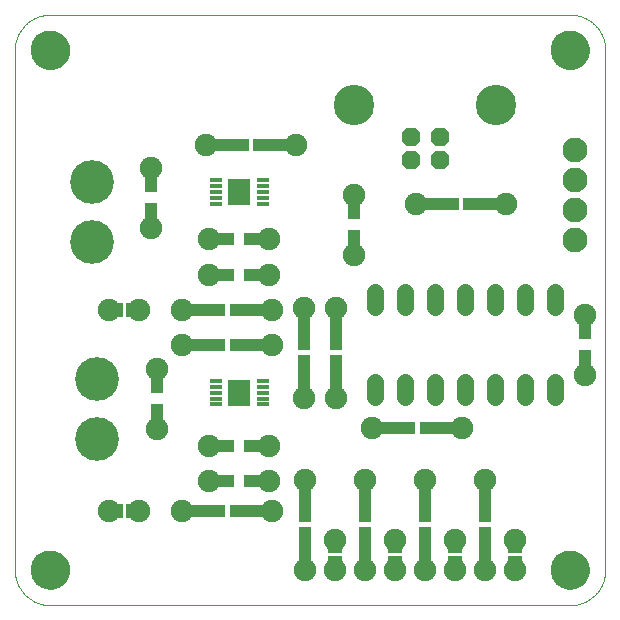
<source format=gts>
G75*
%MOIN*%
%OFA0B0*%
%FSLAX25Y25*%
%IPPOS*%
%LPD*%
%AMOC8*
5,1,8,0,0,1.08239X$1,22.5*
%
%ADD10C,0.00000*%
%ADD11C,0.12998*%
%ADD12R,0.04337X0.10636*%
%ADD13C,0.07487*%
%ADD14C,0.05600*%
%ADD15R,0.12998X0.04337*%
%ADD16OC8,0.06140*%
%ADD17C,0.13455*%
%ADD18R,0.04337X0.12998*%
%ADD19R,0.05124X0.03550*%
%ADD20C,0.08274*%
%ADD21R,0.07172X0.08983*%
%ADD22R,0.04337X0.01581*%
%ADD23C,0.06699*%
%ADD24C,0.14573*%
%ADD25R,0.10636X0.04337*%
%ADD26R,0.03550X0.05124*%
D10*
X0015764Y0017535D02*
X0015764Y0190764D01*
X0021276Y0190764D02*
X0021278Y0190922D01*
X0021284Y0191080D01*
X0021294Y0191238D01*
X0021308Y0191396D01*
X0021326Y0191553D01*
X0021347Y0191710D01*
X0021373Y0191866D01*
X0021403Y0192022D01*
X0021436Y0192177D01*
X0021474Y0192330D01*
X0021515Y0192483D01*
X0021560Y0192635D01*
X0021609Y0192786D01*
X0021662Y0192935D01*
X0021718Y0193083D01*
X0021778Y0193229D01*
X0021842Y0193374D01*
X0021910Y0193517D01*
X0021981Y0193659D01*
X0022055Y0193799D01*
X0022133Y0193936D01*
X0022215Y0194072D01*
X0022299Y0194206D01*
X0022388Y0194337D01*
X0022479Y0194466D01*
X0022574Y0194593D01*
X0022671Y0194718D01*
X0022772Y0194840D01*
X0022876Y0194959D01*
X0022983Y0195076D01*
X0023093Y0195190D01*
X0023206Y0195301D01*
X0023321Y0195410D01*
X0023439Y0195515D01*
X0023560Y0195617D01*
X0023683Y0195717D01*
X0023809Y0195813D01*
X0023937Y0195906D01*
X0024067Y0195996D01*
X0024200Y0196082D01*
X0024335Y0196166D01*
X0024471Y0196245D01*
X0024610Y0196322D01*
X0024751Y0196394D01*
X0024893Y0196464D01*
X0025037Y0196529D01*
X0025183Y0196591D01*
X0025330Y0196649D01*
X0025479Y0196704D01*
X0025629Y0196755D01*
X0025780Y0196802D01*
X0025932Y0196845D01*
X0026085Y0196884D01*
X0026240Y0196920D01*
X0026395Y0196951D01*
X0026551Y0196979D01*
X0026707Y0197003D01*
X0026864Y0197023D01*
X0027022Y0197039D01*
X0027179Y0197051D01*
X0027338Y0197059D01*
X0027496Y0197063D01*
X0027654Y0197063D01*
X0027812Y0197059D01*
X0027971Y0197051D01*
X0028128Y0197039D01*
X0028286Y0197023D01*
X0028443Y0197003D01*
X0028599Y0196979D01*
X0028755Y0196951D01*
X0028910Y0196920D01*
X0029065Y0196884D01*
X0029218Y0196845D01*
X0029370Y0196802D01*
X0029521Y0196755D01*
X0029671Y0196704D01*
X0029820Y0196649D01*
X0029967Y0196591D01*
X0030113Y0196529D01*
X0030257Y0196464D01*
X0030399Y0196394D01*
X0030540Y0196322D01*
X0030679Y0196245D01*
X0030815Y0196166D01*
X0030950Y0196082D01*
X0031083Y0195996D01*
X0031213Y0195906D01*
X0031341Y0195813D01*
X0031467Y0195717D01*
X0031590Y0195617D01*
X0031711Y0195515D01*
X0031829Y0195410D01*
X0031944Y0195301D01*
X0032057Y0195190D01*
X0032167Y0195076D01*
X0032274Y0194959D01*
X0032378Y0194840D01*
X0032479Y0194718D01*
X0032576Y0194593D01*
X0032671Y0194466D01*
X0032762Y0194337D01*
X0032851Y0194206D01*
X0032935Y0194072D01*
X0033017Y0193936D01*
X0033095Y0193799D01*
X0033169Y0193659D01*
X0033240Y0193517D01*
X0033308Y0193374D01*
X0033372Y0193229D01*
X0033432Y0193083D01*
X0033488Y0192935D01*
X0033541Y0192786D01*
X0033590Y0192635D01*
X0033635Y0192483D01*
X0033676Y0192330D01*
X0033714Y0192177D01*
X0033747Y0192022D01*
X0033777Y0191866D01*
X0033803Y0191710D01*
X0033824Y0191553D01*
X0033842Y0191396D01*
X0033856Y0191238D01*
X0033866Y0191080D01*
X0033872Y0190922D01*
X0033874Y0190764D01*
X0033872Y0190606D01*
X0033866Y0190448D01*
X0033856Y0190290D01*
X0033842Y0190132D01*
X0033824Y0189975D01*
X0033803Y0189818D01*
X0033777Y0189662D01*
X0033747Y0189506D01*
X0033714Y0189351D01*
X0033676Y0189198D01*
X0033635Y0189045D01*
X0033590Y0188893D01*
X0033541Y0188742D01*
X0033488Y0188593D01*
X0033432Y0188445D01*
X0033372Y0188299D01*
X0033308Y0188154D01*
X0033240Y0188011D01*
X0033169Y0187869D01*
X0033095Y0187729D01*
X0033017Y0187592D01*
X0032935Y0187456D01*
X0032851Y0187322D01*
X0032762Y0187191D01*
X0032671Y0187062D01*
X0032576Y0186935D01*
X0032479Y0186810D01*
X0032378Y0186688D01*
X0032274Y0186569D01*
X0032167Y0186452D01*
X0032057Y0186338D01*
X0031944Y0186227D01*
X0031829Y0186118D01*
X0031711Y0186013D01*
X0031590Y0185911D01*
X0031467Y0185811D01*
X0031341Y0185715D01*
X0031213Y0185622D01*
X0031083Y0185532D01*
X0030950Y0185446D01*
X0030815Y0185362D01*
X0030679Y0185283D01*
X0030540Y0185206D01*
X0030399Y0185134D01*
X0030257Y0185064D01*
X0030113Y0184999D01*
X0029967Y0184937D01*
X0029820Y0184879D01*
X0029671Y0184824D01*
X0029521Y0184773D01*
X0029370Y0184726D01*
X0029218Y0184683D01*
X0029065Y0184644D01*
X0028910Y0184608D01*
X0028755Y0184577D01*
X0028599Y0184549D01*
X0028443Y0184525D01*
X0028286Y0184505D01*
X0028128Y0184489D01*
X0027971Y0184477D01*
X0027812Y0184469D01*
X0027654Y0184465D01*
X0027496Y0184465D01*
X0027338Y0184469D01*
X0027179Y0184477D01*
X0027022Y0184489D01*
X0026864Y0184505D01*
X0026707Y0184525D01*
X0026551Y0184549D01*
X0026395Y0184577D01*
X0026240Y0184608D01*
X0026085Y0184644D01*
X0025932Y0184683D01*
X0025780Y0184726D01*
X0025629Y0184773D01*
X0025479Y0184824D01*
X0025330Y0184879D01*
X0025183Y0184937D01*
X0025037Y0184999D01*
X0024893Y0185064D01*
X0024751Y0185134D01*
X0024610Y0185206D01*
X0024471Y0185283D01*
X0024335Y0185362D01*
X0024200Y0185446D01*
X0024067Y0185532D01*
X0023937Y0185622D01*
X0023809Y0185715D01*
X0023683Y0185811D01*
X0023560Y0185911D01*
X0023439Y0186013D01*
X0023321Y0186118D01*
X0023206Y0186227D01*
X0023093Y0186338D01*
X0022983Y0186452D01*
X0022876Y0186569D01*
X0022772Y0186688D01*
X0022671Y0186810D01*
X0022574Y0186935D01*
X0022479Y0187062D01*
X0022388Y0187191D01*
X0022299Y0187322D01*
X0022215Y0187456D01*
X0022133Y0187592D01*
X0022055Y0187729D01*
X0021981Y0187869D01*
X0021910Y0188011D01*
X0021842Y0188154D01*
X0021778Y0188299D01*
X0021718Y0188445D01*
X0021662Y0188593D01*
X0021609Y0188742D01*
X0021560Y0188893D01*
X0021515Y0189045D01*
X0021474Y0189198D01*
X0021436Y0189351D01*
X0021403Y0189506D01*
X0021373Y0189662D01*
X0021347Y0189818D01*
X0021326Y0189975D01*
X0021308Y0190132D01*
X0021294Y0190290D01*
X0021284Y0190448D01*
X0021278Y0190606D01*
X0021276Y0190764D01*
X0015764Y0190764D02*
X0015767Y0191049D01*
X0015778Y0191335D01*
X0015795Y0191620D01*
X0015819Y0191904D01*
X0015850Y0192188D01*
X0015888Y0192471D01*
X0015933Y0192752D01*
X0015984Y0193033D01*
X0016042Y0193313D01*
X0016107Y0193591D01*
X0016179Y0193867D01*
X0016257Y0194141D01*
X0016342Y0194414D01*
X0016434Y0194684D01*
X0016532Y0194952D01*
X0016636Y0195218D01*
X0016747Y0195481D01*
X0016864Y0195741D01*
X0016987Y0195999D01*
X0017117Y0196253D01*
X0017253Y0196504D01*
X0017394Y0196752D01*
X0017542Y0196996D01*
X0017695Y0197237D01*
X0017855Y0197473D01*
X0018020Y0197706D01*
X0018190Y0197935D01*
X0018366Y0198160D01*
X0018548Y0198380D01*
X0018734Y0198596D01*
X0018926Y0198807D01*
X0019123Y0199014D01*
X0019325Y0199216D01*
X0019532Y0199413D01*
X0019743Y0199605D01*
X0019959Y0199791D01*
X0020179Y0199973D01*
X0020404Y0200149D01*
X0020633Y0200319D01*
X0020866Y0200484D01*
X0021102Y0200644D01*
X0021343Y0200797D01*
X0021587Y0200945D01*
X0021835Y0201086D01*
X0022086Y0201222D01*
X0022340Y0201352D01*
X0022598Y0201475D01*
X0022858Y0201592D01*
X0023121Y0201703D01*
X0023387Y0201807D01*
X0023655Y0201905D01*
X0023925Y0201997D01*
X0024198Y0202082D01*
X0024472Y0202160D01*
X0024748Y0202232D01*
X0025026Y0202297D01*
X0025306Y0202355D01*
X0025587Y0202406D01*
X0025868Y0202451D01*
X0026151Y0202489D01*
X0026435Y0202520D01*
X0026719Y0202544D01*
X0027004Y0202561D01*
X0027290Y0202572D01*
X0027575Y0202575D01*
X0200803Y0202575D01*
X0194504Y0190764D02*
X0194506Y0190922D01*
X0194512Y0191080D01*
X0194522Y0191238D01*
X0194536Y0191396D01*
X0194554Y0191553D01*
X0194575Y0191710D01*
X0194601Y0191866D01*
X0194631Y0192022D01*
X0194664Y0192177D01*
X0194702Y0192330D01*
X0194743Y0192483D01*
X0194788Y0192635D01*
X0194837Y0192786D01*
X0194890Y0192935D01*
X0194946Y0193083D01*
X0195006Y0193229D01*
X0195070Y0193374D01*
X0195138Y0193517D01*
X0195209Y0193659D01*
X0195283Y0193799D01*
X0195361Y0193936D01*
X0195443Y0194072D01*
X0195527Y0194206D01*
X0195616Y0194337D01*
X0195707Y0194466D01*
X0195802Y0194593D01*
X0195899Y0194718D01*
X0196000Y0194840D01*
X0196104Y0194959D01*
X0196211Y0195076D01*
X0196321Y0195190D01*
X0196434Y0195301D01*
X0196549Y0195410D01*
X0196667Y0195515D01*
X0196788Y0195617D01*
X0196911Y0195717D01*
X0197037Y0195813D01*
X0197165Y0195906D01*
X0197295Y0195996D01*
X0197428Y0196082D01*
X0197563Y0196166D01*
X0197699Y0196245D01*
X0197838Y0196322D01*
X0197979Y0196394D01*
X0198121Y0196464D01*
X0198265Y0196529D01*
X0198411Y0196591D01*
X0198558Y0196649D01*
X0198707Y0196704D01*
X0198857Y0196755D01*
X0199008Y0196802D01*
X0199160Y0196845D01*
X0199313Y0196884D01*
X0199468Y0196920D01*
X0199623Y0196951D01*
X0199779Y0196979D01*
X0199935Y0197003D01*
X0200092Y0197023D01*
X0200250Y0197039D01*
X0200407Y0197051D01*
X0200566Y0197059D01*
X0200724Y0197063D01*
X0200882Y0197063D01*
X0201040Y0197059D01*
X0201199Y0197051D01*
X0201356Y0197039D01*
X0201514Y0197023D01*
X0201671Y0197003D01*
X0201827Y0196979D01*
X0201983Y0196951D01*
X0202138Y0196920D01*
X0202293Y0196884D01*
X0202446Y0196845D01*
X0202598Y0196802D01*
X0202749Y0196755D01*
X0202899Y0196704D01*
X0203048Y0196649D01*
X0203195Y0196591D01*
X0203341Y0196529D01*
X0203485Y0196464D01*
X0203627Y0196394D01*
X0203768Y0196322D01*
X0203907Y0196245D01*
X0204043Y0196166D01*
X0204178Y0196082D01*
X0204311Y0195996D01*
X0204441Y0195906D01*
X0204569Y0195813D01*
X0204695Y0195717D01*
X0204818Y0195617D01*
X0204939Y0195515D01*
X0205057Y0195410D01*
X0205172Y0195301D01*
X0205285Y0195190D01*
X0205395Y0195076D01*
X0205502Y0194959D01*
X0205606Y0194840D01*
X0205707Y0194718D01*
X0205804Y0194593D01*
X0205899Y0194466D01*
X0205990Y0194337D01*
X0206079Y0194206D01*
X0206163Y0194072D01*
X0206245Y0193936D01*
X0206323Y0193799D01*
X0206397Y0193659D01*
X0206468Y0193517D01*
X0206536Y0193374D01*
X0206600Y0193229D01*
X0206660Y0193083D01*
X0206716Y0192935D01*
X0206769Y0192786D01*
X0206818Y0192635D01*
X0206863Y0192483D01*
X0206904Y0192330D01*
X0206942Y0192177D01*
X0206975Y0192022D01*
X0207005Y0191866D01*
X0207031Y0191710D01*
X0207052Y0191553D01*
X0207070Y0191396D01*
X0207084Y0191238D01*
X0207094Y0191080D01*
X0207100Y0190922D01*
X0207102Y0190764D01*
X0207100Y0190606D01*
X0207094Y0190448D01*
X0207084Y0190290D01*
X0207070Y0190132D01*
X0207052Y0189975D01*
X0207031Y0189818D01*
X0207005Y0189662D01*
X0206975Y0189506D01*
X0206942Y0189351D01*
X0206904Y0189198D01*
X0206863Y0189045D01*
X0206818Y0188893D01*
X0206769Y0188742D01*
X0206716Y0188593D01*
X0206660Y0188445D01*
X0206600Y0188299D01*
X0206536Y0188154D01*
X0206468Y0188011D01*
X0206397Y0187869D01*
X0206323Y0187729D01*
X0206245Y0187592D01*
X0206163Y0187456D01*
X0206079Y0187322D01*
X0205990Y0187191D01*
X0205899Y0187062D01*
X0205804Y0186935D01*
X0205707Y0186810D01*
X0205606Y0186688D01*
X0205502Y0186569D01*
X0205395Y0186452D01*
X0205285Y0186338D01*
X0205172Y0186227D01*
X0205057Y0186118D01*
X0204939Y0186013D01*
X0204818Y0185911D01*
X0204695Y0185811D01*
X0204569Y0185715D01*
X0204441Y0185622D01*
X0204311Y0185532D01*
X0204178Y0185446D01*
X0204043Y0185362D01*
X0203907Y0185283D01*
X0203768Y0185206D01*
X0203627Y0185134D01*
X0203485Y0185064D01*
X0203341Y0184999D01*
X0203195Y0184937D01*
X0203048Y0184879D01*
X0202899Y0184824D01*
X0202749Y0184773D01*
X0202598Y0184726D01*
X0202446Y0184683D01*
X0202293Y0184644D01*
X0202138Y0184608D01*
X0201983Y0184577D01*
X0201827Y0184549D01*
X0201671Y0184525D01*
X0201514Y0184505D01*
X0201356Y0184489D01*
X0201199Y0184477D01*
X0201040Y0184469D01*
X0200882Y0184465D01*
X0200724Y0184465D01*
X0200566Y0184469D01*
X0200407Y0184477D01*
X0200250Y0184489D01*
X0200092Y0184505D01*
X0199935Y0184525D01*
X0199779Y0184549D01*
X0199623Y0184577D01*
X0199468Y0184608D01*
X0199313Y0184644D01*
X0199160Y0184683D01*
X0199008Y0184726D01*
X0198857Y0184773D01*
X0198707Y0184824D01*
X0198558Y0184879D01*
X0198411Y0184937D01*
X0198265Y0184999D01*
X0198121Y0185064D01*
X0197979Y0185134D01*
X0197838Y0185206D01*
X0197699Y0185283D01*
X0197563Y0185362D01*
X0197428Y0185446D01*
X0197295Y0185532D01*
X0197165Y0185622D01*
X0197037Y0185715D01*
X0196911Y0185811D01*
X0196788Y0185911D01*
X0196667Y0186013D01*
X0196549Y0186118D01*
X0196434Y0186227D01*
X0196321Y0186338D01*
X0196211Y0186452D01*
X0196104Y0186569D01*
X0196000Y0186688D01*
X0195899Y0186810D01*
X0195802Y0186935D01*
X0195707Y0187062D01*
X0195616Y0187191D01*
X0195527Y0187322D01*
X0195443Y0187456D01*
X0195361Y0187592D01*
X0195283Y0187729D01*
X0195209Y0187869D01*
X0195138Y0188011D01*
X0195070Y0188154D01*
X0195006Y0188299D01*
X0194946Y0188445D01*
X0194890Y0188593D01*
X0194837Y0188742D01*
X0194788Y0188893D01*
X0194743Y0189045D01*
X0194702Y0189198D01*
X0194664Y0189351D01*
X0194631Y0189506D01*
X0194601Y0189662D01*
X0194575Y0189818D01*
X0194554Y0189975D01*
X0194536Y0190132D01*
X0194522Y0190290D01*
X0194512Y0190448D01*
X0194506Y0190606D01*
X0194504Y0190764D01*
X0200803Y0202575D02*
X0201088Y0202572D01*
X0201374Y0202561D01*
X0201659Y0202544D01*
X0201943Y0202520D01*
X0202227Y0202489D01*
X0202510Y0202451D01*
X0202791Y0202406D01*
X0203072Y0202355D01*
X0203352Y0202297D01*
X0203630Y0202232D01*
X0203906Y0202160D01*
X0204180Y0202082D01*
X0204453Y0201997D01*
X0204723Y0201905D01*
X0204991Y0201807D01*
X0205257Y0201703D01*
X0205520Y0201592D01*
X0205780Y0201475D01*
X0206038Y0201352D01*
X0206292Y0201222D01*
X0206543Y0201086D01*
X0206791Y0200945D01*
X0207035Y0200797D01*
X0207276Y0200644D01*
X0207512Y0200484D01*
X0207745Y0200319D01*
X0207974Y0200149D01*
X0208199Y0199973D01*
X0208419Y0199791D01*
X0208635Y0199605D01*
X0208846Y0199413D01*
X0209053Y0199216D01*
X0209255Y0199014D01*
X0209452Y0198807D01*
X0209644Y0198596D01*
X0209830Y0198380D01*
X0210012Y0198160D01*
X0210188Y0197935D01*
X0210358Y0197706D01*
X0210523Y0197473D01*
X0210683Y0197237D01*
X0210836Y0196996D01*
X0210984Y0196752D01*
X0211125Y0196504D01*
X0211261Y0196253D01*
X0211391Y0195999D01*
X0211514Y0195741D01*
X0211631Y0195481D01*
X0211742Y0195218D01*
X0211846Y0194952D01*
X0211944Y0194684D01*
X0212036Y0194414D01*
X0212121Y0194141D01*
X0212199Y0193867D01*
X0212271Y0193591D01*
X0212336Y0193313D01*
X0212394Y0193033D01*
X0212445Y0192752D01*
X0212490Y0192471D01*
X0212528Y0192188D01*
X0212559Y0191904D01*
X0212583Y0191620D01*
X0212600Y0191335D01*
X0212611Y0191049D01*
X0212614Y0190764D01*
X0212614Y0017535D01*
X0194504Y0017535D02*
X0194506Y0017693D01*
X0194512Y0017851D01*
X0194522Y0018009D01*
X0194536Y0018167D01*
X0194554Y0018324D01*
X0194575Y0018481D01*
X0194601Y0018637D01*
X0194631Y0018793D01*
X0194664Y0018948D01*
X0194702Y0019101D01*
X0194743Y0019254D01*
X0194788Y0019406D01*
X0194837Y0019557D01*
X0194890Y0019706D01*
X0194946Y0019854D01*
X0195006Y0020000D01*
X0195070Y0020145D01*
X0195138Y0020288D01*
X0195209Y0020430D01*
X0195283Y0020570D01*
X0195361Y0020707D01*
X0195443Y0020843D01*
X0195527Y0020977D01*
X0195616Y0021108D01*
X0195707Y0021237D01*
X0195802Y0021364D01*
X0195899Y0021489D01*
X0196000Y0021611D01*
X0196104Y0021730D01*
X0196211Y0021847D01*
X0196321Y0021961D01*
X0196434Y0022072D01*
X0196549Y0022181D01*
X0196667Y0022286D01*
X0196788Y0022388D01*
X0196911Y0022488D01*
X0197037Y0022584D01*
X0197165Y0022677D01*
X0197295Y0022767D01*
X0197428Y0022853D01*
X0197563Y0022937D01*
X0197699Y0023016D01*
X0197838Y0023093D01*
X0197979Y0023165D01*
X0198121Y0023235D01*
X0198265Y0023300D01*
X0198411Y0023362D01*
X0198558Y0023420D01*
X0198707Y0023475D01*
X0198857Y0023526D01*
X0199008Y0023573D01*
X0199160Y0023616D01*
X0199313Y0023655D01*
X0199468Y0023691D01*
X0199623Y0023722D01*
X0199779Y0023750D01*
X0199935Y0023774D01*
X0200092Y0023794D01*
X0200250Y0023810D01*
X0200407Y0023822D01*
X0200566Y0023830D01*
X0200724Y0023834D01*
X0200882Y0023834D01*
X0201040Y0023830D01*
X0201199Y0023822D01*
X0201356Y0023810D01*
X0201514Y0023794D01*
X0201671Y0023774D01*
X0201827Y0023750D01*
X0201983Y0023722D01*
X0202138Y0023691D01*
X0202293Y0023655D01*
X0202446Y0023616D01*
X0202598Y0023573D01*
X0202749Y0023526D01*
X0202899Y0023475D01*
X0203048Y0023420D01*
X0203195Y0023362D01*
X0203341Y0023300D01*
X0203485Y0023235D01*
X0203627Y0023165D01*
X0203768Y0023093D01*
X0203907Y0023016D01*
X0204043Y0022937D01*
X0204178Y0022853D01*
X0204311Y0022767D01*
X0204441Y0022677D01*
X0204569Y0022584D01*
X0204695Y0022488D01*
X0204818Y0022388D01*
X0204939Y0022286D01*
X0205057Y0022181D01*
X0205172Y0022072D01*
X0205285Y0021961D01*
X0205395Y0021847D01*
X0205502Y0021730D01*
X0205606Y0021611D01*
X0205707Y0021489D01*
X0205804Y0021364D01*
X0205899Y0021237D01*
X0205990Y0021108D01*
X0206079Y0020977D01*
X0206163Y0020843D01*
X0206245Y0020707D01*
X0206323Y0020570D01*
X0206397Y0020430D01*
X0206468Y0020288D01*
X0206536Y0020145D01*
X0206600Y0020000D01*
X0206660Y0019854D01*
X0206716Y0019706D01*
X0206769Y0019557D01*
X0206818Y0019406D01*
X0206863Y0019254D01*
X0206904Y0019101D01*
X0206942Y0018948D01*
X0206975Y0018793D01*
X0207005Y0018637D01*
X0207031Y0018481D01*
X0207052Y0018324D01*
X0207070Y0018167D01*
X0207084Y0018009D01*
X0207094Y0017851D01*
X0207100Y0017693D01*
X0207102Y0017535D01*
X0207100Y0017377D01*
X0207094Y0017219D01*
X0207084Y0017061D01*
X0207070Y0016903D01*
X0207052Y0016746D01*
X0207031Y0016589D01*
X0207005Y0016433D01*
X0206975Y0016277D01*
X0206942Y0016122D01*
X0206904Y0015969D01*
X0206863Y0015816D01*
X0206818Y0015664D01*
X0206769Y0015513D01*
X0206716Y0015364D01*
X0206660Y0015216D01*
X0206600Y0015070D01*
X0206536Y0014925D01*
X0206468Y0014782D01*
X0206397Y0014640D01*
X0206323Y0014500D01*
X0206245Y0014363D01*
X0206163Y0014227D01*
X0206079Y0014093D01*
X0205990Y0013962D01*
X0205899Y0013833D01*
X0205804Y0013706D01*
X0205707Y0013581D01*
X0205606Y0013459D01*
X0205502Y0013340D01*
X0205395Y0013223D01*
X0205285Y0013109D01*
X0205172Y0012998D01*
X0205057Y0012889D01*
X0204939Y0012784D01*
X0204818Y0012682D01*
X0204695Y0012582D01*
X0204569Y0012486D01*
X0204441Y0012393D01*
X0204311Y0012303D01*
X0204178Y0012217D01*
X0204043Y0012133D01*
X0203907Y0012054D01*
X0203768Y0011977D01*
X0203627Y0011905D01*
X0203485Y0011835D01*
X0203341Y0011770D01*
X0203195Y0011708D01*
X0203048Y0011650D01*
X0202899Y0011595D01*
X0202749Y0011544D01*
X0202598Y0011497D01*
X0202446Y0011454D01*
X0202293Y0011415D01*
X0202138Y0011379D01*
X0201983Y0011348D01*
X0201827Y0011320D01*
X0201671Y0011296D01*
X0201514Y0011276D01*
X0201356Y0011260D01*
X0201199Y0011248D01*
X0201040Y0011240D01*
X0200882Y0011236D01*
X0200724Y0011236D01*
X0200566Y0011240D01*
X0200407Y0011248D01*
X0200250Y0011260D01*
X0200092Y0011276D01*
X0199935Y0011296D01*
X0199779Y0011320D01*
X0199623Y0011348D01*
X0199468Y0011379D01*
X0199313Y0011415D01*
X0199160Y0011454D01*
X0199008Y0011497D01*
X0198857Y0011544D01*
X0198707Y0011595D01*
X0198558Y0011650D01*
X0198411Y0011708D01*
X0198265Y0011770D01*
X0198121Y0011835D01*
X0197979Y0011905D01*
X0197838Y0011977D01*
X0197699Y0012054D01*
X0197563Y0012133D01*
X0197428Y0012217D01*
X0197295Y0012303D01*
X0197165Y0012393D01*
X0197037Y0012486D01*
X0196911Y0012582D01*
X0196788Y0012682D01*
X0196667Y0012784D01*
X0196549Y0012889D01*
X0196434Y0012998D01*
X0196321Y0013109D01*
X0196211Y0013223D01*
X0196104Y0013340D01*
X0196000Y0013459D01*
X0195899Y0013581D01*
X0195802Y0013706D01*
X0195707Y0013833D01*
X0195616Y0013962D01*
X0195527Y0014093D01*
X0195443Y0014227D01*
X0195361Y0014363D01*
X0195283Y0014500D01*
X0195209Y0014640D01*
X0195138Y0014782D01*
X0195070Y0014925D01*
X0195006Y0015070D01*
X0194946Y0015216D01*
X0194890Y0015364D01*
X0194837Y0015513D01*
X0194788Y0015664D01*
X0194743Y0015816D01*
X0194702Y0015969D01*
X0194664Y0016122D01*
X0194631Y0016277D01*
X0194601Y0016433D01*
X0194575Y0016589D01*
X0194554Y0016746D01*
X0194536Y0016903D01*
X0194522Y0017061D01*
X0194512Y0017219D01*
X0194506Y0017377D01*
X0194504Y0017535D01*
X0200803Y0005724D02*
X0201088Y0005727D01*
X0201374Y0005738D01*
X0201659Y0005755D01*
X0201943Y0005779D01*
X0202227Y0005810D01*
X0202510Y0005848D01*
X0202791Y0005893D01*
X0203072Y0005944D01*
X0203352Y0006002D01*
X0203630Y0006067D01*
X0203906Y0006139D01*
X0204180Y0006217D01*
X0204453Y0006302D01*
X0204723Y0006394D01*
X0204991Y0006492D01*
X0205257Y0006596D01*
X0205520Y0006707D01*
X0205780Y0006824D01*
X0206038Y0006947D01*
X0206292Y0007077D01*
X0206543Y0007213D01*
X0206791Y0007354D01*
X0207035Y0007502D01*
X0207276Y0007655D01*
X0207512Y0007815D01*
X0207745Y0007980D01*
X0207974Y0008150D01*
X0208199Y0008326D01*
X0208419Y0008508D01*
X0208635Y0008694D01*
X0208846Y0008886D01*
X0209053Y0009083D01*
X0209255Y0009285D01*
X0209452Y0009492D01*
X0209644Y0009703D01*
X0209830Y0009919D01*
X0210012Y0010139D01*
X0210188Y0010364D01*
X0210358Y0010593D01*
X0210523Y0010826D01*
X0210683Y0011062D01*
X0210836Y0011303D01*
X0210984Y0011547D01*
X0211125Y0011795D01*
X0211261Y0012046D01*
X0211391Y0012300D01*
X0211514Y0012558D01*
X0211631Y0012818D01*
X0211742Y0013081D01*
X0211846Y0013347D01*
X0211944Y0013615D01*
X0212036Y0013885D01*
X0212121Y0014158D01*
X0212199Y0014432D01*
X0212271Y0014708D01*
X0212336Y0014986D01*
X0212394Y0015266D01*
X0212445Y0015547D01*
X0212490Y0015828D01*
X0212528Y0016111D01*
X0212559Y0016395D01*
X0212583Y0016679D01*
X0212600Y0016964D01*
X0212611Y0017250D01*
X0212614Y0017535D01*
X0200803Y0005724D02*
X0027575Y0005724D01*
X0021276Y0017535D02*
X0021278Y0017693D01*
X0021284Y0017851D01*
X0021294Y0018009D01*
X0021308Y0018167D01*
X0021326Y0018324D01*
X0021347Y0018481D01*
X0021373Y0018637D01*
X0021403Y0018793D01*
X0021436Y0018948D01*
X0021474Y0019101D01*
X0021515Y0019254D01*
X0021560Y0019406D01*
X0021609Y0019557D01*
X0021662Y0019706D01*
X0021718Y0019854D01*
X0021778Y0020000D01*
X0021842Y0020145D01*
X0021910Y0020288D01*
X0021981Y0020430D01*
X0022055Y0020570D01*
X0022133Y0020707D01*
X0022215Y0020843D01*
X0022299Y0020977D01*
X0022388Y0021108D01*
X0022479Y0021237D01*
X0022574Y0021364D01*
X0022671Y0021489D01*
X0022772Y0021611D01*
X0022876Y0021730D01*
X0022983Y0021847D01*
X0023093Y0021961D01*
X0023206Y0022072D01*
X0023321Y0022181D01*
X0023439Y0022286D01*
X0023560Y0022388D01*
X0023683Y0022488D01*
X0023809Y0022584D01*
X0023937Y0022677D01*
X0024067Y0022767D01*
X0024200Y0022853D01*
X0024335Y0022937D01*
X0024471Y0023016D01*
X0024610Y0023093D01*
X0024751Y0023165D01*
X0024893Y0023235D01*
X0025037Y0023300D01*
X0025183Y0023362D01*
X0025330Y0023420D01*
X0025479Y0023475D01*
X0025629Y0023526D01*
X0025780Y0023573D01*
X0025932Y0023616D01*
X0026085Y0023655D01*
X0026240Y0023691D01*
X0026395Y0023722D01*
X0026551Y0023750D01*
X0026707Y0023774D01*
X0026864Y0023794D01*
X0027022Y0023810D01*
X0027179Y0023822D01*
X0027338Y0023830D01*
X0027496Y0023834D01*
X0027654Y0023834D01*
X0027812Y0023830D01*
X0027971Y0023822D01*
X0028128Y0023810D01*
X0028286Y0023794D01*
X0028443Y0023774D01*
X0028599Y0023750D01*
X0028755Y0023722D01*
X0028910Y0023691D01*
X0029065Y0023655D01*
X0029218Y0023616D01*
X0029370Y0023573D01*
X0029521Y0023526D01*
X0029671Y0023475D01*
X0029820Y0023420D01*
X0029967Y0023362D01*
X0030113Y0023300D01*
X0030257Y0023235D01*
X0030399Y0023165D01*
X0030540Y0023093D01*
X0030679Y0023016D01*
X0030815Y0022937D01*
X0030950Y0022853D01*
X0031083Y0022767D01*
X0031213Y0022677D01*
X0031341Y0022584D01*
X0031467Y0022488D01*
X0031590Y0022388D01*
X0031711Y0022286D01*
X0031829Y0022181D01*
X0031944Y0022072D01*
X0032057Y0021961D01*
X0032167Y0021847D01*
X0032274Y0021730D01*
X0032378Y0021611D01*
X0032479Y0021489D01*
X0032576Y0021364D01*
X0032671Y0021237D01*
X0032762Y0021108D01*
X0032851Y0020977D01*
X0032935Y0020843D01*
X0033017Y0020707D01*
X0033095Y0020570D01*
X0033169Y0020430D01*
X0033240Y0020288D01*
X0033308Y0020145D01*
X0033372Y0020000D01*
X0033432Y0019854D01*
X0033488Y0019706D01*
X0033541Y0019557D01*
X0033590Y0019406D01*
X0033635Y0019254D01*
X0033676Y0019101D01*
X0033714Y0018948D01*
X0033747Y0018793D01*
X0033777Y0018637D01*
X0033803Y0018481D01*
X0033824Y0018324D01*
X0033842Y0018167D01*
X0033856Y0018009D01*
X0033866Y0017851D01*
X0033872Y0017693D01*
X0033874Y0017535D01*
X0033872Y0017377D01*
X0033866Y0017219D01*
X0033856Y0017061D01*
X0033842Y0016903D01*
X0033824Y0016746D01*
X0033803Y0016589D01*
X0033777Y0016433D01*
X0033747Y0016277D01*
X0033714Y0016122D01*
X0033676Y0015969D01*
X0033635Y0015816D01*
X0033590Y0015664D01*
X0033541Y0015513D01*
X0033488Y0015364D01*
X0033432Y0015216D01*
X0033372Y0015070D01*
X0033308Y0014925D01*
X0033240Y0014782D01*
X0033169Y0014640D01*
X0033095Y0014500D01*
X0033017Y0014363D01*
X0032935Y0014227D01*
X0032851Y0014093D01*
X0032762Y0013962D01*
X0032671Y0013833D01*
X0032576Y0013706D01*
X0032479Y0013581D01*
X0032378Y0013459D01*
X0032274Y0013340D01*
X0032167Y0013223D01*
X0032057Y0013109D01*
X0031944Y0012998D01*
X0031829Y0012889D01*
X0031711Y0012784D01*
X0031590Y0012682D01*
X0031467Y0012582D01*
X0031341Y0012486D01*
X0031213Y0012393D01*
X0031083Y0012303D01*
X0030950Y0012217D01*
X0030815Y0012133D01*
X0030679Y0012054D01*
X0030540Y0011977D01*
X0030399Y0011905D01*
X0030257Y0011835D01*
X0030113Y0011770D01*
X0029967Y0011708D01*
X0029820Y0011650D01*
X0029671Y0011595D01*
X0029521Y0011544D01*
X0029370Y0011497D01*
X0029218Y0011454D01*
X0029065Y0011415D01*
X0028910Y0011379D01*
X0028755Y0011348D01*
X0028599Y0011320D01*
X0028443Y0011296D01*
X0028286Y0011276D01*
X0028128Y0011260D01*
X0027971Y0011248D01*
X0027812Y0011240D01*
X0027654Y0011236D01*
X0027496Y0011236D01*
X0027338Y0011240D01*
X0027179Y0011248D01*
X0027022Y0011260D01*
X0026864Y0011276D01*
X0026707Y0011296D01*
X0026551Y0011320D01*
X0026395Y0011348D01*
X0026240Y0011379D01*
X0026085Y0011415D01*
X0025932Y0011454D01*
X0025780Y0011497D01*
X0025629Y0011544D01*
X0025479Y0011595D01*
X0025330Y0011650D01*
X0025183Y0011708D01*
X0025037Y0011770D01*
X0024893Y0011835D01*
X0024751Y0011905D01*
X0024610Y0011977D01*
X0024471Y0012054D01*
X0024335Y0012133D01*
X0024200Y0012217D01*
X0024067Y0012303D01*
X0023937Y0012393D01*
X0023809Y0012486D01*
X0023683Y0012582D01*
X0023560Y0012682D01*
X0023439Y0012784D01*
X0023321Y0012889D01*
X0023206Y0012998D01*
X0023093Y0013109D01*
X0022983Y0013223D01*
X0022876Y0013340D01*
X0022772Y0013459D01*
X0022671Y0013581D01*
X0022574Y0013706D01*
X0022479Y0013833D01*
X0022388Y0013962D01*
X0022299Y0014093D01*
X0022215Y0014227D01*
X0022133Y0014363D01*
X0022055Y0014500D01*
X0021981Y0014640D01*
X0021910Y0014782D01*
X0021842Y0014925D01*
X0021778Y0015070D01*
X0021718Y0015216D01*
X0021662Y0015364D01*
X0021609Y0015513D01*
X0021560Y0015664D01*
X0021515Y0015816D01*
X0021474Y0015969D01*
X0021436Y0016122D01*
X0021403Y0016277D01*
X0021373Y0016433D01*
X0021347Y0016589D01*
X0021326Y0016746D01*
X0021308Y0016903D01*
X0021294Y0017061D01*
X0021284Y0017219D01*
X0021278Y0017377D01*
X0021276Y0017535D01*
X0015764Y0017535D02*
X0015767Y0017250D01*
X0015778Y0016964D01*
X0015795Y0016679D01*
X0015819Y0016395D01*
X0015850Y0016111D01*
X0015888Y0015828D01*
X0015933Y0015547D01*
X0015984Y0015266D01*
X0016042Y0014986D01*
X0016107Y0014708D01*
X0016179Y0014432D01*
X0016257Y0014158D01*
X0016342Y0013885D01*
X0016434Y0013615D01*
X0016532Y0013347D01*
X0016636Y0013081D01*
X0016747Y0012818D01*
X0016864Y0012558D01*
X0016987Y0012300D01*
X0017117Y0012046D01*
X0017253Y0011795D01*
X0017394Y0011547D01*
X0017542Y0011303D01*
X0017695Y0011062D01*
X0017855Y0010826D01*
X0018020Y0010593D01*
X0018190Y0010364D01*
X0018366Y0010139D01*
X0018548Y0009919D01*
X0018734Y0009703D01*
X0018926Y0009492D01*
X0019123Y0009285D01*
X0019325Y0009083D01*
X0019532Y0008886D01*
X0019743Y0008694D01*
X0019959Y0008508D01*
X0020179Y0008326D01*
X0020404Y0008150D01*
X0020633Y0007980D01*
X0020866Y0007815D01*
X0021102Y0007655D01*
X0021343Y0007502D01*
X0021587Y0007354D01*
X0021835Y0007213D01*
X0022086Y0007077D01*
X0022340Y0006947D01*
X0022598Y0006824D01*
X0022858Y0006707D01*
X0023121Y0006596D01*
X0023387Y0006492D01*
X0023655Y0006394D01*
X0023925Y0006302D01*
X0024198Y0006217D01*
X0024472Y0006139D01*
X0024748Y0006067D01*
X0025026Y0006002D01*
X0025306Y0005944D01*
X0025587Y0005893D01*
X0025868Y0005848D01*
X0026151Y0005810D01*
X0026435Y0005779D01*
X0026719Y0005755D01*
X0027004Y0005738D01*
X0027290Y0005727D01*
X0027575Y0005724D01*
D11*
X0027575Y0017535D03*
X0200803Y0017535D03*
X0200803Y0190764D03*
X0027575Y0190764D03*
D12*
X0061039Y0148638D03*
X0061039Y0134465D03*
X0063008Y0081709D03*
X0063008Y0067535D03*
X0128677Y0125488D03*
X0128677Y0139661D03*
X0205764Y0099661D03*
X0205764Y0085488D03*
D13*
X0205764Y0082575D03*
X0205764Y0102575D03*
X0179583Y0139543D03*
X0149583Y0139543D03*
X0128677Y0142575D03*
X0128677Y0122575D03*
X0122988Y0104937D03*
X0112201Y0104937D03*
X0101630Y0104150D03*
X0101630Y0092339D03*
X0112201Y0074937D03*
X0122988Y0074937D03*
X0134976Y0064937D03*
X0132614Y0047575D03*
X0112614Y0047575D03*
X0101630Y0037220D03*
X0100567Y0047063D03*
X0100567Y0058874D03*
X0080567Y0058874D03*
X0080567Y0047063D03*
X0071630Y0037220D03*
X0057260Y0037220D03*
X0047260Y0037220D03*
X0063008Y0064622D03*
X0063008Y0084622D03*
X0071630Y0092339D03*
X0071630Y0104150D03*
X0057260Y0104150D03*
X0047260Y0104150D03*
X0061039Y0131551D03*
X0080567Y0127772D03*
X0080567Y0115961D03*
X0100567Y0115961D03*
X0100567Y0127772D03*
X0109504Y0159268D03*
X0079504Y0159268D03*
X0061039Y0151551D03*
X0164976Y0064937D03*
X0172614Y0047575D03*
X0152614Y0047575D03*
X0142614Y0027575D03*
X0142614Y0017575D03*
X0132614Y0017575D03*
X0122614Y0017575D03*
X0122614Y0027575D03*
X0112614Y0017575D03*
X0152614Y0017575D03*
X0162614Y0017575D03*
X0162614Y0027575D03*
X0172614Y0017575D03*
X0182614Y0017575D03*
X0182614Y0027575D03*
D14*
X0185764Y0074975D02*
X0185764Y0080175D01*
X0195764Y0080175D02*
X0195764Y0074975D01*
X0175764Y0074975D02*
X0175764Y0080175D01*
X0165764Y0080175D02*
X0165764Y0074975D01*
X0155764Y0074975D02*
X0155764Y0080175D01*
X0145764Y0080175D02*
X0145764Y0074975D01*
X0135764Y0074975D02*
X0135764Y0080175D01*
X0135764Y0104975D02*
X0135764Y0110175D01*
X0145764Y0110175D02*
X0145764Y0104975D01*
X0155764Y0104975D02*
X0155764Y0110175D01*
X0165764Y0110175D02*
X0165764Y0104975D01*
X0175764Y0104975D02*
X0175764Y0110175D01*
X0185764Y0110175D02*
X0185764Y0104975D01*
X0195764Y0104975D02*
X0195764Y0110175D01*
D15*
X0171669Y0139543D03*
X0157496Y0139543D03*
X0101591Y0159268D03*
X0087417Y0159268D03*
X0093717Y0104150D03*
X0093717Y0092339D03*
X0079543Y0092339D03*
X0079543Y0104150D03*
X0142890Y0064937D03*
X0157063Y0064937D03*
X0093717Y0037220D03*
X0079543Y0037220D03*
D16*
X0147693Y0154031D03*
X0147693Y0161906D03*
X0157535Y0161906D03*
X0157535Y0154031D03*
D17*
X0176315Y0172575D03*
X0128913Y0172575D03*
D18*
X0122988Y0097024D03*
X0112201Y0097024D03*
X0112201Y0082850D03*
X0122988Y0082850D03*
X0132614Y0039661D03*
X0132614Y0025488D03*
X0112614Y0025488D03*
X0112614Y0039661D03*
X0152614Y0039661D03*
X0152614Y0025488D03*
X0172614Y0025488D03*
X0172614Y0039661D03*
D19*
X0162614Y0024661D03*
X0162614Y0020488D03*
X0142614Y0020488D03*
X0142614Y0024661D03*
X0122614Y0024661D03*
X0122614Y0020488D03*
X0182614Y0020488D03*
X0182614Y0024661D03*
D20*
X0202614Y0127575D03*
X0202614Y0137575D03*
X0202614Y0147575D03*
X0202614Y0157575D03*
D21*
X0090567Y0143520D03*
X0090567Y0076591D03*
D22*
X0098441Y0076591D03*
X0098441Y0078559D03*
X0098441Y0080528D03*
X0098441Y0074622D03*
X0098441Y0072654D03*
X0082693Y0072654D03*
X0082693Y0074622D03*
X0082693Y0076591D03*
X0082693Y0078559D03*
X0082693Y0080528D03*
X0082693Y0139583D03*
X0082693Y0141551D03*
X0082693Y0143520D03*
X0082693Y0145488D03*
X0082693Y0147457D03*
X0098441Y0147457D03*
X0098441Y0145488D03*
X0098441Y0143520D03*
X0098441Y0141551D03*
X0098441Y0139583D03*
D23*
X0090567Y0143520D03*
X0090567Y0076591D03*
D24*
X0043323Y0081079D03*
X0043323Y0061079D03*
X0041354Y0126827D03*
X0041354Y0146827D03*
D25*
X0083480Y0127772D03*
X0083480Y0115961D03*
X0097654Y0115961D03*
X0097654Y0127772D03*
X0097654Y0058874D03*
X0097654Y0047063D03*
X0083480Y0047063D03*
X0083480Y0058874D03*
D26*
X0054346Y0037220D03*
X0050173Y0037220D03*
X0050173Y0104150D03*
X0054346Y0104150D03*
M02*

</source>
